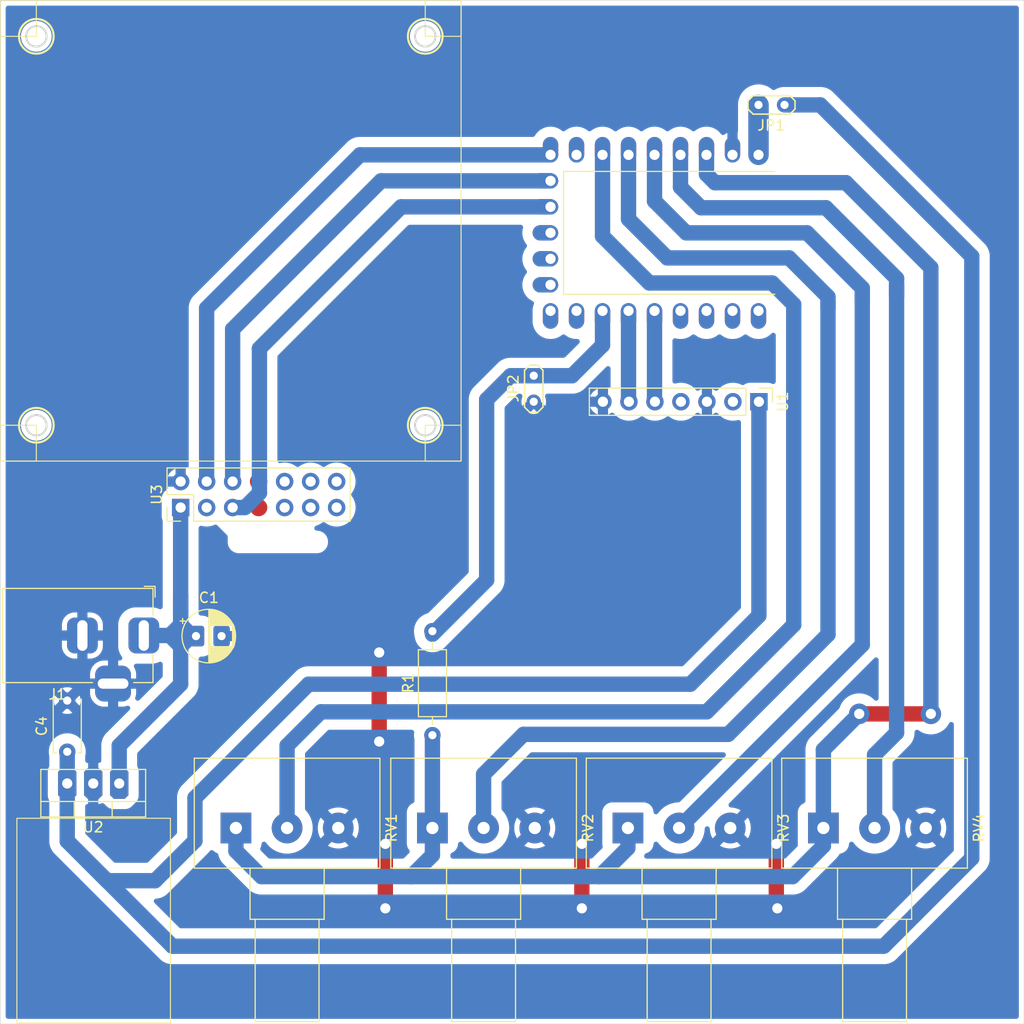
<source format=kicad_pcb>
(kicad_pcb (version 20241229) (generator "pcbnew") (generator_version "9.0")
  (title_block (title "DC Motor PID Control") (date "2025-04-18") (rev "2") (company "UTN FRA"))
  (layers (0 "F.Cu" signal) (2 "B.Cu" signal) (13 "F.Paste" user) (15 "B.Paste" user) (5 "F.SilkS" user "F.Silkscreen") (7 "B.SilkS" user "B.Silkscreen") (1 "F.Mask" user) (3 "B.Mask" user) (25 "Edge.Cuts" user))
  (net 0 "")
  (net 1 "GND")
  (net 2 "+9V")
  (net 3 "+5V")
  (net 4 "Net-(JP1-B)")
  (net 5 "JMP")
  (net 6 "+3.3V")
  (net 7 "P1")
  (net 8 "P2")
  (net 9 "P3")
  (net 10 "P4")
  (net 12 "SDA")
  (net 14 "SCL")
  (net 16 "IN2")
  (net 17 "Net-(M1-+)")
  (net 18 "PWM")
  (net 24 "IN1")
  (net 25 "Net-(M1--)")
  (footprint "RP2040-Zero:rp2040-zero-tht" (layer "F.Cu") (at 95.4 64.2 -90)
    (property "Reference" "U4" (hide yes))
    (property "Value" "RP2040-ZERO" (hide yes))
    (fp_line (start -6 8.89) (end 6 8.89) (stroke (width 0.12)) (layer "F.SilkS"))
    (fp_line (start 6 8.89) (end 6 -11.75) (stroke (width 0.12)) (layer "F.SilkS"))
    (fp_line (start -6 -11.75) (end -6 8.89) (stroke (width 0.12)) (layer "F.SilkS"))
    (pad "1" thru_hole oval (at 7.62 -10.16 90) (size 2.5 1.5) (drill 1 (offset -0.5 0)) (layers "*.Cu" "*.Mask"))
    (pad "2" thru_hole oval (at 7.62 -7.62 90) (size 2.5 1.5) (drill 1 (offset -0.5 0)) (layers "*.Cu" "*.Mask"))
    (pad "3" thru_hole oval (at 7.62 -5.08 90) (size 2.5 1.5) (drill 1 (offset -0.5 0)) (layers "*.Cu" "*.Mask"))
    (pad "4" thru_hole oval (at 7.62 -2.54 90) (size 2.5 1.5) (drill 1 (offset -0.5 0)) (layers "*.Cu" "*.Mask"))
    (pad "5" thru_hole oval (at 7.62 0 90) (size 2.5 1.5) (drill 1 (offset -0.5 0)) (layers "*.Cu" "*.Mask") (net 12 "SDA"))
    (pad "6" thru_hole oval (at 7.62 2.54 90) (size 2.5 1.5) (drill 1 (offset -0.5 0)) (layers "*.Cu" "*.Mask") (net 14 "SCL"))
    (pad "7" thru_hole oval (at 7.62 5.08 90) (size 2.5 1.5) (drill 1 (offset -0.5 0)) (layers "*.Cu" "*.Mask") (net 5 "JMP"))
    (pad "8" thru_hole oval (at 7.62 7.62 90) (size 2.5 1.5) (drill 1 (offset -0.5 0)) (layers "*.Cu" "*.Mask"))
    (pad "9" thru_hole oval (at 7.62 10.16 90) (size 2.5 1.5) (drill 1 (offset -0.5 0)) (layers "*.Cu" "*.Mask"))
    (pad "10" thru_hole oval (at 5.08 10.16) (size 2.5 1.5) (drill 1 (offset -0.5 0)) (layers "*.Cu" "*.Mask"))
    (pad "11" thru_hole oval (at 2.54 10.16) (size 2.5 1.5) (drill 1 (offset -0.5 0)) (layers "*.Cu" "*.Mask"))
    (pad "12" thru_hole oval (at 0 10.16) (size 2.5 1.5) (drill 1 (offset -0.5 0)) (layers "*.Cu" "*.Mask"))
    (pad "13" thru_hole oval (at -2.54 10.16) (size 2.5 1.5) (drill 1 (offset -0.5 0)) (layers "*.Cu" "*.Mask") (net 24 "IN1"))
    (pad "14" thru_hole oval (at -5.08 10.16) (size 2.5 1.5) (drill 1 (offset -0.5 0)) (layers "*.Cu" "*.Mask") (net 16 "IN2"))
    (pad "15" thru_hole oval (at -7.62 10.16 270) (size 2.5 1.5) (drill 1 (offset -0.5 0)) (layers "*.Cu" "*.Mask") (net 18 "PWM"))
    (pad "16" thru_hole oval (at -7.62 7.62 270) (size 2.5 1.5) (drill 1 (offset -0.5 0)) (layers "*.Cu" "*.Mask"))
    (pad "17" thru_hole oval (at -7.62 5.08 270) (size 2.5 1.5) (drill 1 (offset -0.5 0)) (layers "*.Cu" "*.Mask") (net 7 "P1"))
    (pad "18" thru_hole oval (at -7.62 2.54 270) (size 2.5 1.5) (drill 1 (offset -0.5 0)) (layers "*.Cu" "*.Mask") (net 8 "P2"))
    (pad "19" thru_hole oval (at -7.62 0 270) (size 2.5 1.5) (drill 1 (offset -0.5 0)) (layers "*.Cu" "*.Mask") (net 9 "P3"))
    (pad "20" thru_hole oval (at -7.62 -2.54 270) (size 2.5 1.5) (drill 1 (offset -0.5 0)) (layers "*.Cu" "*.Mask") (net 10 "P4"))
    (pad "21" thru_hole oval (at -7.62 -5.08 270) (size 2.5 1.5) (drill 1 (offset -0.5 0)) (layers "*.Cu" "*.Mask") (net 6 "+3.3V"))
    (pad "22" thru_hole oval (at -7.62 -7.62 270) (size 2.5 1.5) (drill 1 (offset -0.5 0)) (layers "*.Cu" "*.Mask") (net 1 "GND"))
    (pad "23" thru_hole oval (at -7.62 -10.16 270) (size 2.5 1.5) (drill 1 (offset -0.5 0)) (layers "*.Cu" "*.Mask") (net 4 "Net-(JP1-B)"))
  )
  (footprint "Resistor_THT:R_Axial_DIN0207_L6.3mm_D2.5mm_P10.16mm_Horizontal" (layer "F.Cu") (at 73.7 113.28 90)
    (property "Reference" "R1" (at 5.08 -2.37 90) (layer "F.SilkS"))
    (property "Value" "R")
    (fp_line (start 8.35 -1.37) (end 1.81 -1.37) (stroke (width 0.12)) (layer "F.SilkS"))
    (fp_line (start 1.81 -1.37) (end 1.81 1.37) (stroke (width 0.12)) (layer "F.SilkS"))
    (fp_line (start 9.12 0) (end 8.35 0) (stroke (width 0.12)) (layer "F.SilkS"))
    (fp_line (start 1.04 0) (end 1.81 0) (stroke (width 0.12)) (layer "F.SilkS"))
    (fp_line (start 8.35 1.37) (end 8.35 -1.37) (stroke (width 0.12)) (layer "F.SilkS"))
    (fp_line (start 1.81 1.37) (end 8.35 1.37) (stroke (width 0.12)) (layer "F.SilkS"))
    (pad "1" thru_hole circle (at 0 0 90) (size 1.6 1.6) (drill 0.8) (layers "*.Cu" "*.Mask") (net 6 "+3.3V"))
    (pad "2" thru_hole oval (at 10.16 0 90) (size 1.6 1.6) (drill 0.8) (layers "*.Cu" "*.Mask") (net 5 "JMP"))
  )
  (footprint "Potentiometer_THT:Potentiometer_Alps_RK163_Single_Horizontal" (layer "F.Cu") (at 73.7 122.35 90)
    (property "Reference" "RV2" (at 0 15.2 90) (layer "F.SilkS"))
    (property "Value" "R_Potentiometer")
    (fp_line (start 6.82 -4.07) (end -3.92 -4.07) (stroke (width 0.12)) (layer "F.SilkS"))
    (fp_line (start -3.92 1.38) (end -8.92 1.38) (stroke (width 0.12)) (layer "F.SilkS"))
    (fp_line (start -8.92 1.88) (end -18.92 1.88) (stroke (width 0.12)) (layer "F.SilkS"))
    (fp_line (start -8.92 8.12) (end -18.92 8.12) (stroke (width 0.12)) (layer "F.SilkS"))
    (fp_line (start -18.92 8.12) (end -18.92 1.88) (stroke (width 0.12)) (layer "F.SilkS"))
    (fp_line (start -3.92 8.62) (end -8.92 8.62) (stroke (width 0.12)) (layer "F.SilkS"))
    (fp_line (start -8.92 8.62) (end -8.92 1.38) (stroke (width 0.12)) (layer "F.SilkS"))
    (fp_line (start 6.82 14.07) (end 6.82 -4.07) (stroke (width 0.12)) (layer "F.SilkS"))
    (fp_line (start 6.82 14.07) (end -3.92 14.07) (stroke (width 0.12)) (layer "F.SilkS"))
    (fp_line (start -3.92 14.07) (end -3.92 -4.07) (stroke (width 0.12)) (layer "F.SilkS"))
    (pad "1" thru_hole rect (at 0 0 270) (size 3 3) (drill 1.2) (layers "*.Cu" "*.Mask") (net 6 "+3.3V"))
    (pad "2" thru_hole circle (at 0 5 270) (size 3 3) (drill 1.2) (layers "*.Cu" "*.Mask") (net 8 "P2"))
    (pad "3" thru_hole circle (at 0 10 270) (size 3 3) (drill 1.2) (layers "*.Cu" "*.Mask") (net 1 "GND"))
  )
  (footprint "Connector_BarrelJack:BarrelJack_Horizontal" (layer "F.Cu") (at 45.5 103.5425)
    (property "Reference" "J1" (at -8.45 5.75 0) (layer "F.SilkS"))
    (property "Value" "Barrel_Jack_Switch")
    (fp_line (start -13.8 -4.6) (end 0.9 -4.6) (stroke (width 0.12)) (layer "F.SilkS"))
    (fp_line (start -13.8 4.6) (end -13.8 -4.6) (stroke (width 0.12)) (layer "F.SilkS"))
    (fp_line (start -5 4.6) (end -13.8 4.6) (stroke (width 0.12)) (layer "F.SilkS"))
    (fp_line (start 0.05 -4.8) (end 1.1 -4.8) (stroke (width 0.12)) (layer "F.SilkS"))
    (fp_line (start 0.9 -4.6) (end 0.9 -2) (stroke (width 0.12)) (layer "F.SilkS"))
    (fp_line (start 0.9 1.9) (end 0.9 4.6) (stroke (width 0.12)) (layer "F.SilkS"))
    (fp_line (start 0.9 4.6) (end -1 4.6) (stroke (width 0.12)) (layer "F.SilkS"))
    (fp_line (start 1.1 -3.75) (end 1.1 -4.8) (stroke (width 0.12)) (layer "F.SilkS"))
    (pad "1" thru_hole roundrect (at 0 0) (size 3 3.5) (drill oval 1 3) (layers "*.Cu" "*.Mask") (net 2 "+9V"))
    (pad "2" thru_hole roundrect (at -6 0) (size 3 3.5) (drill oval 1 3) (layers "*.Cu" "*.Mask") (net 1 "GND"))
    (pad "3" thru_hole roundrect (at -3 4.7) (size 3.5 3.5) (drill oval 3 1) (layers "*.Cu" "*.Mask") (net 1 "GND"))
  )
  (footprint "Potentiometer_THT:Potentiometer_Alps_RK163_Single_Horizontal" (layer "F.Cu") (at 92.8 122.35 90)
    (property "Reference" "RV3" (at 0 15.2 90) (layer "F.SilkS"))
    (property "Value" "R_Potentiometer")
    (fp_line (start 6.82 -4.07) (end -3.92 -4.07) (stroke (width 0.12)) (layer "F.SilkS"))
    (fp_line (start -3.92 1.38) (end -8.92 1.38) (stroke (width 0.12)) (layer "F.SilkS"))
    (fp_line (start -8.92 1.88) (end -18.92 1.88) (stroke (width 0.12)) (layer "F.SilkS"))
    (fp_line (start -8.92 8.12) (end -18.92 8.12) (stroke (width 0.12)) (layer "F.SilkS"))
    (fp_line (start -18.92 8.12) (end -18.92 1.88) (stroke (width 0.12)) (layer "F.SilkS"))
    (fp_line (start -3.92 8.62) (end -8.92 8.62) (stroke (width 0.12)) (layer "F.SilkS"))
    (fp_line (start -8.92 8.62) (end -8.92 1.38) (stroke (width 0.12)) (layer "F.SilkS"))
    (fp_line (start 6.82 14.07) (end 6.82 -4.07) (stroke (width 0.12)) (layer "F.SilkS"))
    (fp_line (start 6.82 14.07) (end -3.92 14.07) (stroke (width 0.12)) (layer "F.SilkS"))
    (fp_line (start -3.92 14.07) (end -3.92 -4.07) (stroke (width 0.12)) (layer "F.SilkS"))
    (pad "1" thru_hole rect (at 0 0 270) (size 3 3) (drill 1.2) (layers "*.Cu" "*.Mask") (net 6 "+3.3V"))
    (pad "2" thru_hole circle (at 0 5 270) (size 3 3) (drill 1.2) (layers "*.Cu" "*.Mask") (net 9 "P3"))
    (pad "3" thru_hole circle (at 0 10 270) (size 3 3) (drill 1.2) (layers "*.Cu" "*.Mask") (net 1 "GND"))
  )
  (footprint "Connector_PinHeader_2.54mm:PinHeader_2x07_P2.54mm_Vertical" (layer "F.Cu") (at 49.1 91.04 90)
    (property "Reference" "U3" (at 1.27 -2.33 90) (layer "F.SilkS"))
    (property "Value" "L298N")
    (fp_line (start 3.87 -1.33) (end 3.87 16.57) (stroke (width 0.12)) (layer "F.SilkS"))
    (fp_line (start 1.27 -1.33) (end 3.87 -1.33) (stroke (width 0.12)) (layer "F.SilkS"))
    (fp_line (start -1.33 -1.33) (end 0 -1.33) (stroke (width 0.12)) (layer "F.SilkS"))
    (fp_line (start -1.33 0) (end -1.33 -1.33) (stroke (width 0.12)) (layer "F.SilkS"))
    (fp_line (start 1.27 1.27) (end 1.27 -1.33) (stroke (width 0.12)) (layer "F.SilkS"))
    (fp_line (start -1.33 1.27) (end 1.27 1.27) (stroke (width 0.12)) (layer "F.SilkS"))
    (fp_line (start -1.33 1.27) (end -1.33 16.57) (stroke (width 0.12)) (layer "F.SilkS"))
    (fp_line (start -1.33 16.57) (end 3.87 16.57) (stroke (width 0.12)) (layer "F.SilkS"))
    (pad "1" thru_hole rect (at 0 0 90) (size 1.7 1.7) (drill 1) (layers "*.Cu" "*.Mask") (net 2 "+9V"))
    (pad "2" thru_hole oval (at 2.54 0 90) (size 1.7 1.7) (drill 1) (layers "*.Cu" "*.Mask") (net 1 "GND"))
    (pad "3" thru_hole oval (at 0 2.54 90) (size 1.7 1.7) (drill 1) (layers "*.Cu" "*.Mask"))
    (pad "4" thru_hole oval (at 2.54 2.54 90) (size 1.7 1.7) (drill 1) (layers "*.Cu" "*.Mask") (net 18 "PWM"))
    (pad "5" thru_hole oval (at 0 5.08 90) (size 1.7 1.7) (drill 1) (layers "*.Cu" "*.Mask") (net 24 "IN1"))
    (pad "6" thru_hole oval (at 2.54 5.08 90) (size 1.7 1.7) (drill 1) (layers "*.Cu" "*.Mask") (net 16 "IN2"))
    (pad "7" smd oval (at 0 7.62 90) (size 1.7 1.7) (layers "F.Cu" "F.Mask" "F.Paste"))
    (pad "8" smd oval (at 2.54 7.62 90) (size 1.7 1.7) (layers "F.Cu" "F.Mask" "F.Paste"))
    (pad "9" thru_hole oval (at 0 10.16 90) (size 1.7 1.7) (drill 1) (layers "*.Cu" "*.Mask"))
    (pad "10" thru_hole oval (at 2.54 10.16 90) (size 1.7 1.7) (drill 1) (layers "*.Cu" "*.Mask") (net 17 "Net-(M1-+)"))
    (pad "11" thru_hole oval (at 0 12.7 90) (size 1.7 1.7) (drill 1) (layers "*.Cu" "*.Mask") (net 25 "Net-(M1--)"))
    (pad "12" thru_hole oval (at 2.54 12.7 90) (size 1.7 1.7) (drill 1) (layers "*.Cu" "*.Mask"))
    (pad "13" thru_hole oval (at 0 15.24 90) (size 1.7 1.7) (drill 1) (layers "*.Cu" "*.Mask"))
    (pad "14" thru_hole oval (at 2.54 15.24 90) (size 1.7 1.7) (drill 1) (layers "*.Cu" "*.Mask"))
  )
  (footprint "TestPoint:TestPoint_2Pads_Pitch2.54mm_Drill0.8mm" (layer "F.Cu") (at 108.1 51.7 180)
    (property "Reference" "JP1" (at 1.3 -2 0) (layer "F.SilkS"))
    (property "Value" "Jumper")
    (fp_line (start 3.57 0.4) (end 3.07 0.9) (stroke (width 0.15)) (layer "F.SilkS"))
    (fp_line (start 3.57 -0.4) (end 3.57 0.4) (stroke (width 0.15)) (layer "F.SilkS"))
    (fp_line (start 3.07 0.9) (end -0.53 0.9) (stroke (width 0.15)) (layer "F.SilkS"))
    (fp_line (start 3.07 -0.9) (end 3.57 -0.4) (stroke (width 0.15)) (layer "F.SilkS"))
    (fp_line (start -0.53 0.9) (end -1.03 0.4) (stroke (width 0.15)) (layer "F.SilkS"))
    (fp_line (start -0.53 -0.9) (end 3.07 -0.9) (stroke (width 0.15)) (layer "F.SilkS"))
    (fp_line (start -1.03 0.4) (end -1.03 -0.4) (stroke (width 0.15)) (layer "F.SilkS"))
    (fp_line (start -1.03 -0.4) (end -0.53 -0.9) (stroke (width 0.15)) (layer "F.SilkS"))
    (pad "1" thru_hole circle (at 0 0 180) (size 1.4 1.4) (drill 0.8) (layers "*.Cu" "*.Mask") (net 3 "+5V"))
    (pad "2" thru_hole circle (at 2.54 0 180) (size 1.4 1.4) (drill 0.8) (layers "*.Cu" "*.Mask") (net 4 "Net-(JP1-B)"))
  )
  (footprint "Capacitor_THT:C_Disc_D5.0mm_W2.5mm_P5.00mm" (layer "F.Cu") (at 38.02 114.9 90)
    (property "Reference" "C4" (at 2.5 -2.5 90) (layer "F.SilkS"))
    (property "Value" "100nF")
    (fp_line (start 5.12 -1.37) (end 5.12 -1.055) (stroke (width 0.12)) (layer "F.SilkS"))
    (fp_line (start -0.12 -1.37) (end 5.12 -1.37) (stroke (width 0.12)) (layer "F.SilkS"))
    (fp_line (start -0.12 -1.37) (end -0.12 -1.055) (stroke (width 0.12)) (layer "F.SilkS"))
    (fp_line (start 5.12 1.055) (end 5.12 1.37) (stroke (width 0.12)) (layer "F.SilkS"))
    (fp_line (start -0.12 1.055) (end -0.12 1.37) (stroke (width 0.12)) (layer "F.SilkS"))
    (fp_line (start -0.12 1.37) (end 5.12 1.37) (stroke (width 0.12)) (layer "F.SilkS"))
    (pad "1" thru_hole circle (at 0 0 90) (size 1.6 1.6) (drill 0.8) (layers "*.Cu" "*.Mask") (net 3 "+5V"))
    (pad "2" thru_hole circle (at 5 0 90) (size 1.6 1.6) (drill 0.8) (layers "*.Cu" "*.Mask") (net 1 "GND"))
  )
  (footprint "Connector_PinHeader_2.54mm:PinHeader_1x07_P2.54mm_Vertical" (layer "F.Cu") (at 105.6 80.7 -90)
    (property "Reference" "U1" (at 0 -2.33 90) (layer "F.SilkS"))
    (property "Value" "AS5600")
    (fp_line (start -1.33 16.57) (end 1.33 16.57) (stroke (width 0.12)) (layer "F.SilkS"))
    (fp_line (start -1.33 1.27) (end -1.33 16.57) (stroke (width 0.12)) (layer "F.SilkS"))
    (fp_line (start -1.33 1.27) (end 1.33 1.27) (stroke (width 0.12)) (layer "F.SilkS"))
    (fp_line (start 1.33 1.27) (end 1.33 16.57) (stroke (width 0.12)) (layer "F.SilkS"))
    (fp_line (start -1.33 0) (end -1.33 -1.33) (stroke (width 0.12)) (layer "F.SilkS"))
    (fp_line (start -1.33 -1.33) (end 0 -1.33) (stroke (width 0.12)) (layer "F.SilkS"))
    (pad "1" thru_hole rect (at 0 0 270) (size 1.7 1.7) (drill 1) (layers "*.Cu" "*.Mask") (net 3 "+5V"))
    (pad "2" thru_hole oval (at 0 2.54 270) (size 1.7 1.7) (drill 1) (layers "*.Cu" "*.Mask"))
    (pad "3" thru_hole oval (at 0 5.08 270) (size 1.7 1.7) (drill 1) (layers "*.Cu" "*.Mask") (net 1 "GND"))
    (pad "4" thru_hole oval (at 0 7.62 270) (size 1.7 1.7) (drill 1) (layers "*.Cu" "*.Mask"))
    (pad "5" thru_hole oval (at 0 10.16 270) (size 1.7 1.7) (drill 1) (layers "*.Cu" "*.Mask") (net 12 "SDA"))
    (pad "6" thru_hole oval (at 0 12.7 270) (size 1.7 1.7) (drill 1) (layers "*.Cu" "*.Mask") (net 14 "SCL"))
    (pad "7" thru_hole oval (at 0 15.24 270) (size 1.7 1.7) (drill 1) (layers "*.Cu" "*.Mask") (net 1 "GND"))
  )
  (footprint "Potentiometer_THT:Potentiometer_Alps_RK163_Single_Horizontal" (layer "F.Cu") (at 111.9 122.35 90)
    (property "Reference" "RV4" (at 0 15.2 90) (layer "F.SilkS"))
    (property "Value" "R_Potentiometer")
    (fp_line (start 6.82 -4.07) (end -3.92 -4.07) (stroke (width 0.12)) (layer "F.SilkS"))
    (fp_line (start -3.92 1.38) (end -8.92 1.38) (stroke (width 0.12)) (layer "F.SilkS"))
    (fp_line (start -8.92 1.88) (end -18.92 1.88) (stroke (width 0.12)) (layer "F.SilkS"))
    (fp_line (start -8.92 8.12) (end -18.92 8.12) (stroke (width 0.12)) (layer "F.SilkS"))
    (fp_line (start -18.92 8.12) (end -18.92 1.88) (stroke (width 0.12)) (layer "F.SilkS"))
    (fp_line (start -3.92 8.62) (end -8.92 8.62) (stroke (width 0.12)) (layer "F.SilkS"))
    (fp_line (start -8.92 8.62) (end -8.92 1.38) (stroke (width 0.12)) (layer "F.SilkS"))
    (fp_line (start 6.82 14.07) (end 6.82 -4.07) (stroke (width 0.12)) (layer "F.SilkS"))
    (fp_line (start 6.82 14.07) (end -3.92 14.07) (stroke (width 0.12)) (layer "F.SilkS"))
    (fp_line (start -3.92 14.07) (end -3.92 -4.07) (stroke (width 0.12)) (layer "F.SilkS"))
    (pad "1" thru_hole rect (at 0 0 270) (size 3 3) (drill 1.2) (layers "*.Cu" "*.Mask") (net 6 "+3.3V"))
    (pad "2" thru_hole circle (at 0 5 270) (size 3 3) (drill 1.2) (layers "*.Cu" "*.Mask") (net 10 "P4"))
    (pad "3" thru_hole circle (at 0 10 270) (size 3 3) (drill 1.2) (layers "*.Cu" "*.Mask") (net 1 "GND"))
  )
  (footprint "Package_TO_SOT_THT:TO-220-3_Vertical" (layer "F.Cu") (at 43.1 118 180)
    (property "Reference" "U2" (at 2.54 -4.27 0) (layer "F.SilkS"))
    (property "Value" "LM7805_TO220")
    (fp_line (start 7.66 -3.27) (end 7.66 1.371) (stroke (width 0.12)) (layer "F.SilkS"))
    (fp_line (start 4.391 -3.27) (end 4.391 -1.76) (stroke (width 0.12)) (layer "F.SilkS"))
    (fp_line (start 0.69 -3.27) (end 0.69 -1.76) (stroke (width 0.12)) (layer "F.SilkS"))
    (fp_line (start -2.58 1.371) (end 7.66 1.371) (stroke (width 0.12)) (layer "F.SilkS"))
    (fp_line (start -2.58 -1.76) (end 7.66 -1.76) (stroke (width 0.12)) (layer "F.SilkS"))
    (fp_line (start -2.58 -3.27) (end 7.66 -3.27) (stroke (width 0.12)) (layer "F.SilkS"))
    (fp_line (start -2.58 -3.27) (end -2.58 1.371) (stroke (width 0.12)) (layer "F.SilkS"))
    (pad "1" thru_hole roundrect (at 0 0 180) (size 1.8 3) (drill 1) (layers "*.Cu" "*.Mask") (roundrect_rratio 0) (chamfer_ratio 0.2) (chamfer top_left top_right bottom_left bottom_right) (net 2 "+9V"))
    (pad "2" thru_hole roundrect (at 2.54 0 180) (size 1.8 3) (drill 1) (layers "*.Cu" "*.Mask") (roundrect_rratio 0) (chamfer_ratio 0.2) (chamfer top_left top_right bottom_left bottom_right) (net 1 "GND"))
    (pad "3" thru_hole roundrect (at 5.08 0 180) (size 1.8 3) (drill 1) (layers "*.Cu" "*.Mask") (roundrect_rratio 0) (chamfer_ratio 0.2) (chamfer top_left top_right bottom_left bottom_right) (net 3 "+5V"))
  )
  (footprint "Potentiometer_THT:Potentiometer_Alps_RK163_Single_Horizontal" (layer "F.Cu") (at 54.5 122.35 90)
    (property "Reference" "RV1" (at 0 15.2 90) (layer "F.SilkS"))
    (property "Value" "R_Potentiometer")
    (fp_line (start 6.82 -4.07) (end -3.92 -4.07) (stroke (width 0.12)) (layer "F.SilkS"))
    (fp_line (start -3.92 1.38) (end -8.92 1.38) (stroke (width 0.12)) (layer "F.SilkS"))
    (fp_line (start -8.92 1.88) (end -18.92 1.88) (stroke (width 0.12)) (layer "F.SilkS"))
    (fp_line (start -8.92 8.12) (end -18.92 8.12) (stroke (width 0.12)) (layer "F.SilkS"))
    (fp_line (start -18.92 8.12) (end -18.92 1.88) (stroke (width 0.12)) (layer "F.SilkS"))
    (fp_line (start -3.92 8.62) (end -8.92 8.62) (stroke (width 0.12)) (layer "F.SilkS"))
    (fp_line (start -8.92 8.62) (end -8.92 1.38) (stroke (width 0.12)) (layer "F.SilkS"))
    (fp_line (start 6.82 14.07) (end 6.82 -4.07) (stroke (width 0.12)) (layer "F.SilkS"))
    (fp_line (start 6.82 14.07) (end -3.92 14.07) (stroke (width 0.12)) (layer "F.SilkS"))
    (fp_line (start -3.92 14.07) (end -3.92 -4.07) (stroke (width 0.12)) (layer "F.SilkS"))
    (pad "1" thru_hole rect (at 0 0 270) (size 3 3) (drill 1.2) (layers "*.Cu" "*.Mask") (net 6 "+3.3V"))
    (pad "2" thru_hole circle (at 0 5 270) (size 3 3) (drill 1.2) (layers "*.Cu" "*.Mask") (net 7 "P1"))
    (pad "3" thru_hole circle (at 0 10 270) (size 3 3) (drill 1.2) (layers "*.Cu" "*.Mask") (net 1 "GND"))
  )
  (footprint "TestPoint:TestPoint_2Pads_Pitch2.54mm_Drill0.8mm" (layer "F.Cu") (at 83.6 80.7 90)
    (property "Reference" "JP2" (at 1.3 -2 90) (layer "F.SilkS"))
    (property "Value" "Jumper_2")
    (fp_line (start 3.07 -0.9) (end 3.57 -0.4) (stroke (width 0.15)) (layer "F.SilkS"))
    (fp_line (start -0.53 -0.9) (end 3.07 -0.9) (stroke (width 0.15)) (layer "F.SilkS"))
    (fp_line (start 3.57 -0.4) (end 3.57 0.4) (stroke (width 0.15)) (layer "F.SilkS"))
    (fp_line (start -1.03 -0.4) (end -0.53 -0.9) (stroke (width 0.15)) (layer "F.SilkS"))
    (fp_line (start 3.57 0.4) (end 3.07 0.9) (stroke (width 0.15)) (layer "F.SilkS"))
    (fp_line (start -1.03 0.4) (end -1.03 -0.4) (stroke (width 0.15)) (layer "F.SilkS"))
    (fp_line (start 3.07 0.9) (end -0.53 0.9) (stroke (width 0.15)) (layer "F.SilkS"))
    (fp_line (start -0.53 0.9) (end -1.03 0.4) (stroke (width 0.15)) (layer "F.SilkS"))
    (pad "1" thru_hole circle (at 0 0 90) (size 1.4 1.4) (drill 0.8) (layers "*.Cu" "*.Mask") (net 1 "GND"))
    (pad "2" thru_hole circle (at 2.54 0 90) (size 1.4 1.4) (drill 0.8) (layers "*.Cu" "*.Mask") (net 5 "JMP"))
  )
  (footprint "Capacitor_THT:CP_Radial_D5.0mm_P2.50mm" (layer "F.Cu") (at 50.6 103.6)
    (property "Reference" "C1" (at 1.25 -3.75 0) (layer "F.SilkS"))
    (property "Value" "1uF")
    (fp_line (start -1.554775 -1.475) (end -1.054775 -1.475) (stroke (width 0.12)) (layer "F.SilkS"))
    (fp_line (start -1.304775 -1.725) (end -1.304775 -1.225) (stroke (width 0.12)) (layer "F.SilkS"))
    (fp_line (start 1.25 -2.58) (end 1.25 2.58) (stroke (width 0.12)) (layer "F.SilkS"))
    (fp_line (start 1.29 -2.58) (end 1.29 2.58) (stroke (width 0.12)) (layer "F.SilkS"))
    (fp_line (start 1.33 -2.579) (end 1.33 2.579) (stroke (width 0.12)) (layer "F.SilkS"))
    (fp_line (start 1.37 -2.578) (end 1.37 2.578) (stroke (width 0.12)) (layer "F.SilkS"))
    (fp_line (start 1.41 -2.576) (end 1.41 2.576) (stroke (width 0.12)) (layer "F.SilkS"))
    (fp_line (start 1.45 -2.573) (end 1.45 2.573) (stroke (width 0.12)) (layer "F.SilkS"))
    (fp_line (start 1.49 -2.569) (end 1.49 -1.04) (stroke (width 0.12)) (layer "F.SilkS"))
    (fp_line (start 1.49 1.04) (end 1.49 2.569) (stroke (width 0.12)) (layer "F.SilkS"))
    (fp_line (start 1.53 -2.565) (end 1.53 -1.04) (stroke (width 0.12)) (layer "F.SilkS"))
    (fp_line (start 1.53 1.04) (end 1.53 2.565) (stroke (width 0.12)) (layer "F.SilkS"))
    (fp_line (start 1.57 -2.561) (end 1.57 -1.04) (stroke (width 0.12)) (layer "F.SilkS"))
    (fp_line (start 1.57 1.04) (end 1.57 2.561) (stroke (width 0.12)) (layer "F.SilkS"))
    (fp_line (start 1.61 -2.556) (end 1.61 -1.04) (stroke (width 0.12)) (layer "F.SilkS"))
    (fp_line (start 1.61 1.04) (end 1.61 2.556) (stroke (width 0.12)) (layer "F.SilkS"))
    (fp_line (start 1.65 -2.55) (end 1.65 -1.04) (stroke (width 0.12)) (layer "F.SilkS"))
    (fp_line (start 1.65 1.04) (end 1.65 2.55) (stroke (width 0.12)) (layer "F.SilkS"))
    (fp_line (start 1.69 -2.543) (end 1.69 -1.04) (stroke (width 0.12)) (layer "F.SilkS"))
    (fp_line (start 1.69 1.04) (end 1.69 2.543) (stroke (width 0.12)) (layer "F.SilkS"))
    (fp_line (start 1.73 -2.536) (end 1.73 -1.04) (stroke (width 0.12)) (layer "F.SilkS"))
    (fp_line (start 1.73 1.04) (end 1.73 2.536) (stroke (width 0.12)) (layer "F.SilkS"))
    (fp_line (start 1.77 -2.528) (end 1.77 -1.04) (stroke (width 0.12)) (layer "F.SilkS"))
    (fp_line (start 1.77 1.04) (end 1.77 2.528) (stroke (width 0.12)) (layer "F.SilkS"))
    (fp_line (start 1.81 -2.52) (end 1.81 -1.04) (stroke (width 0.12)) (layer "F.SilkS"))
    (fp_line (start 1.81 1.04) (end 1.81 2.52) (stroke (width 0.12)) (layer "F.SilkS"))
    (fp_line (start 1.85 -2.511) (end 1.85 -1.04) (stroke (width 0.12)) (layer "F.SilkS"))
    (fp_line (start 1.85 1.04) (end 1.85 2.511) (stroke (width 0.12)) (layer "F.SilkS"))
    (fp_line (start 1.89 -2.501) (end 1.89 -1.04) (stroke (width 0.12)) (layer "F.SilkS"))
    (fp_line (start 1.89 1.04) (end 1.89 2.501) (stroke (width 0.12)) (layer "F.SilkS"))
    (fp_line (start 1.93 -2.491) (end 1.93 -1.04) (stroke (width 0.12)) (layer "F.SilkS"))
    (fp_line (start 1.93 1.04) (end 1.93 2.491) (stroke (width 0.12)) (layer "F.SilkS"))
    (fp_line (start 1.971 -2.48) (end 1.971 -1.04) (stroke (width 0.12)) (layer "F.SilkS"))
    (fp_line (start 1.971 1.04) (end 1.971 2.48) (stroke (width 0.12)) (layer "F.SilkS"))
    (fp_line (start 2.011 -2.468) (end 2.011 -1.04) (stroke (width 0.12)) (layer "F.SilkS"))
    (fp_line (start 2.011 1.04) (end 2.011 2.468) (stroke (width 0.12)) (layer "F.SilkS"))
    (fp_line (start 2.051 -2.455) (end 2.051 -1.04) (stroke (width 0.12)) (layer "F.SilkS"))
    (fp_line (start 2.051 1.04) (end 2.051 2.455) (stroke (width 0.12)) (layer "F.SilkS"))
    (fp_line (start 2.091 -2.442) (end 2.091 -1.04) (stroke (width 0.12)) (layer "F.SilkS"))
    (fp_line (start 2.091 1.04) (end 2.091 2.442) (stroke (width 0.12)) (layer "F.SilkS"))
    (fp_line (start 2.131 -2.428) (end 2.131 -1.04) (stroke (width 0.12)) (layer "F.SilkS"))
    (fp_line (start 2.131 1.04) (end 2.131 2.428) (stroke (width 0.12)) (layer "F.SilkS"))
    (fp_line (start 2.171 -2.414) (end 2.171 -1.04) (stroke (width 0.12)) (layer "F.SilkS"))
    (fp_line (start 2.171 1.04) (end 2.171 2.414) (stroke (width 0.12)) (layer "F.SilkS"))
    (fp_line (start 2.211 -2.398) (end 2.211 -1.04) (stroke (width 0.12)) (layer "F.SilkS"))
    (fp_line (start 2.211 1.04) (end 2.211 2.398) (stroke (width 0.12)) (layer "F.SilkS"))
    (fp_line (start 2.251 -2.382) (end 2.251 -1.04) (stroke (width 0.12)) (layer "F.SilkS"))
    (fp_line (start 2.251 1.04) (end 2.251 2.382) (stroke (width 0.12)) (layer "F.SilkS"))
    (fp_line (start 2.291 -2.365) (end 2.291 -1.04) (stroke (width 0.12)) (layer "F.SilkS"))
    (fp_line (start 2.291 1.04) (end 2.291 2.365) (stroke (width 0.12)) (layer "F.SilkS"))
    (fp_line (start 2.331 -2.348) (end 2.331 -1.04) (stroke (width 0.12)) (layer "F.SilkS"))
    (fp_line (start 2.331 1.04) (end 2.331 2.348) (stroke (width 0.12)) (layer "F.SilkS"))
    (fp_line (start 2.371 -2.329) (end 2.371 -1.04) (stroke (width 0.12)) (layer "F.SilkS"))
    (fp_line (start 2.371 1.04) (end 2.371 2.329) (stroke (width 0.12)) (layer "F.SilkS"))
    (fp_line (start 2.411 -2.31) (end 2.411 -1.04) (stroke (width 0.12)) (layer "F.SilkS"))
    (fp_line (start 2.411 1.04) (end 2.411 2.31) (stroke (width 0.12)) (layer "F.SilkS"))
    (fp_line (start 2.451 -2.29) (end 2.451 -1.04) (stroke (width 0.12)) (layer "F.SilkS"))
    (fp_line (start 2.451 1.04) (end 2.451 2.29) (stroke (width 0.12)) (layer "F.SilkS"))
    (fp_line (start 2.491 -2.268) (end 2.491 -1.04) (stroke (width 0.12)) (layer "F.SilkS"))
    (fp_line (start 2.491 1.04) (end 2.491 2.268) (stroke (width 0.12)) (layer "F.SilkS"))
    (fp_line (start 2.531 -2.247) (end 2.531 -1.04) (stroke (width 0.12)) (layer "F.SilkS"))
    (fp_line (start 2.531 1.04) (end 2.531 2.247) (stroke (width 0.12)) (layer "F.SilkS"))
    (fp_line (start 2.571 -2.224) (end 2.571 -1.04) (stroke (width 0.12)) (layer "F.SilkS"))
    (fp_line (start 2.571 1.04) (end 2.571 2.224) (stroke (width 0.12)) (layer "F.SilkS"))
    (fp_line (start 2.611 -2.2) (end 2.611 -1.04) (stroke (width 0.12)) (layer "F.SilkS"))
    (fp_line (start 2.611 1.04) (end 2.611 2.2) (stroke (width 0.12)) (layer "F.SilkS"))
    (fp_line (start 2.651 -2.175) (end 2.651 -1.04) (stroke (width 0.12)) (layer "F.SilkS"))
    (fp_line (start 2.651 1.04) (end 2.651 2.175) (stroke (width 0.12)) (layer "F.SilkS"))
    (fp_line (start 2.691 -2.149) (end 2.691 -1.04) (stroke (width 0.12)) (layer "F.SilkS"))
    (fp_line (start 2.691 1.04) (end 2.691 2.149) (stroke (width 0.12)) (layer "F.SilkS"))
    (fp_line (start 2.731 -2.122) (end 2.731 -1.04) (stroke (width 0.12)) (layer "F.SilkS"))
    (fp_line (start 2.731 1.04) (end 2.731 2.122) (stroke (width 0.12)) (layer "F.SilkS"))
    (fp_line (start 2.771 -2.095) (end 2.771 -1.04) (stroke (width 0.12)) (layer "F.SilkS"))
    (fp_line (start 2.771 1.04) (end 2.771 2.095) (stroke (width 0.12)) (layer "F.SilkS"))
    (fp_line (start 2.811 -2.065) (end 2.811 -1.04) (stroke (width 0.12)) (layer "F.SilkS"))
    (fp_line (start 2.811 1.04) (end 2.811 2.065) (stroke (width 0.12)) (layer "F.SilkS"))
    (fp_line (start 2.851 -2.035) (end 2.851 -1.04) (stroke (width 0.12)) (layer "F.SilkS"))
    (fp_line (start 2.851 1.04) (end 2.851 2.035) (stroke (width 0.12)) (layer "F.SilkS"))
    (fp_line (start 2.891 -2.004) (end 2.891 -1.04) (stroke (width 0.12)) (layer "F.SilkS"))
    (fp_line (start 2.891 1.04) (end 2.891 2.004) (stroke (width 0.12)) (layer "F.SilkS"))
    (fp_line (start 2.931 -1.971) (end 2.931 -1.04) (stroke (width 0.12)) (layer "F.SilkS"))
    (fp_line (start 2.931 1.04) (end 2.931 1.971) (stroke (width 0.12)) (layer "F.SilkS"))
    (fp_line (start 2.971 -1.937) (end 2.971 -1.04) (stroke (width 0.12)) (layer "F.SilkS"))
    (fp_line (start 2.971 1.04) (end 2.971 1.937) (stroke (width 0.12)) (layer "F.SilkS"))
    (fp_line (start 3.011 -1.901) (end 3.011 -1.04) (stroke (width 0.12)) (layer "F.SilkS"))
    (fp_line (start 3.011 1.04) (end 3.011 1.901) (stroke (width 0.12)) (layer "F.SilkS"))
    (fp_line (start 3.051 -1.864) (end 3.051 -1.04) (stroke (width 0.12)) (layer "F.SilkS"))
    (fp_line (start 3.051 1.04) (end 3.051 1.864) (stroke (width 0.12)) (layer "F.SilkS"))
    (fp_line (start 3.091 -1.826) (end 3.091 -1.04) (stroke (width 0.12)) (layer "F.SilkS"))
    (fp_line (start 3.091 1.04) (end 3.091 1.826) (stroke (width 0.12)) (layer "F.SilkS"))
    (fp_line (start 3.131 -1.785) (end 3.131 -1.04) (stroke (width 0.12)) (layer "F.SilkS"))
    (fp_line (start 3.131 1.04) (end 3.131 1.785) (stroke (width 0.12)) (layer "F.SilkS"))
    (fp_line (start 3.171 -1.743) (end 3.171 -1.04) (stroke (width 0.12)) (layer "F.SilkS"))
    (fp_line (start 3.171 1.04) (end 3.171 1.743) (stroke (width 0.12)) (layer "F.SilkS"))
    (fp_line (start 3.211 -1.699) (end 3.211 -1.04) (stroke (width 0.12)) (layer "F.SilkS"))
    (fp_line (start 3.211 1.04) (end 3.211 1.699) (stroke (width 0.12)) (layer "F.SilkS"))
    (fp_line (start 3.251 -1.653) (end 3.251 -1.04) (stroke (width 0.12)) (layer "F.SilkS"))
    (fp_line (start 3.251 1.04) (end 3.251 1.653) (stroke (width 0.12)) (layer "F.SilkS"))
    (fp_line (start 3.291 -1.605) (end 3.291 -1.04) (stroke (width 0.12)) (layer "F.SilkS"))
    (fp_line (start 3.291 1.04) (end 3.291 1.605) (stroke (width 0.12)) (layer "F.SilkS"))
    (fp_line (start 3.331 -1.554) (end 3.331 -1.04) (stroke (width 0.12)) (layer "F.SilkS"))
    (fp_line (start 3.331 1.04) (end 3.331 1.554) (stroke (width 0.12)) (layer "F.SilkS"))
    (fp_line (start 3.371 -1.5) (end 3.371 -1.04) (stroke (width 0.12)) (layer "F.SilkS"))
    (fp_line (start 3.371 1.04) (end 3.371 1.5) (stroke (width 0.12)) (layer "F.SilkS"))
    (fp_line (start 3.411 -1.443) (end 3.411 -1.04) (stroke (width 0.12)) (layer "F.SilkS"))
    (fp_line (start 3.411 1.04) (end 3.411 1.443) (stroke (width 0.12)) (layer "F.SilkS"))
    (fp_line (start 3.451 -1.383) (end 3.451 -1.04) (stroke (width 0.12)) (layer "F.SilkS"))
    (fp_line (start 3.451 1.04) (end 3.451 1.383) (stroke (width 0.12)) (layer "F.SilkS"))
    (fp_line (start 3.491 -1.319) (end 3.491 -1.04) (stroke (width 0.12)) (layer "F.SilkS"))
    (fp_line (start 3.491 1.04) (end 3.491 1.319) (stroke (width 0.12)) (layer "F.SilkS"))
    (fp_line (start 3.531 -1.251) (end 3.531 -1.04) (stroke (width 0.12)) (layer "F.SilkS"))
    (fp_line (start 3.531 1.04) (end 3.531 1.251) (stroke (width 0.12)) (layer "F.SilkS"))
    (fp_line (start 3.571 -1.178) (end 3.571 1.178) (stroke (width 0.12)) (layer "F.SilkS"))
    (fp_line (start 3.611 -1.098) (end 3.611 1.098) (stroke (width 0.12)) (layer "F.SilkS"))
    (fp_line (start 3.651 -1.011) (end 3.651 1.011) (stroke (width 0.12)) (layer "F.SilkS"))
    (fp_line (start 3.691 -0.915) (end 3.691 0.915) (stroke (width 0.12)) (layer "F.SilkS"))
    (fp_line (start 3.731 -0.805) (end 3.731 0.805) (stroke (width 0.12)) (layer "F.SilkS"))
    (fp_line (start 3.771 -0.677) (end 3.771 0.677) (stroke (width 0.12)) (layer "F.SilkS"))
    (fp_line (start 3.811 -0.518) (end 3.811 0.518) (stroke (width 0.12)) (layer "F.SilkS"))
    (fp_line (start 3.851 -0.284) (end 3.851 0.284) (stroke (width 0.12)) (layer "F.SilkS"))
    (fp_circle (center 1.25 0) (end 3.87 0) (stroke (width 0.12)) (fill no) (layer "F.SilkS"))
    (pad "1" thru_hole roundrect (at 0 0) (size 1.6 2) (drill 0.8) (layers "*.Cu" "*.Mask") (roundrect_rratio 0.15625) (net 2 "+9V"))
    (pad "2" thru_hole roundrect (at 2.5 0) (size 1.6 2) (drill 0.8) (layers "*.Cu" "*.Mask") (roundrect_rratio 0.15625) (net 1 "GND"))
  )
  (gr_rect (start 31.5 41.5) (end 35 45) (stroke (width 0.1)) (fill no) (layer "F.SilkS"))
  (gr_circle (center 73 45) (end 74.7 45) (stroke (width 0.2)) (fill no) (layer "F.SilkS"))
  (gr_circle (center 35 45) (end 36.7 45) (stroke (width 0.2)) (fill no) (layer "F.SilkS"))
  (gr_rect (start 31.5 41.5) (end 76.5 86.5) (stroke (width 0.1)) (fill no) (layer "F.SilkS"))
  (gr_circle (center 35 83) (end 36.7 83) (stroke (width 0.2)) (fill no) (layer "F.SilkS"))
  (gr_rect (start 33.1 121.4) (end 48.1 141.4) (stroke (width 0.1)) (fill no) (layer "F.SilkS"))
  (gr_circle (center 73 83) (end 74.7 83) (stroke (width 0.2)) (fill no) (layer "F.SilkS"))
  (gr_rect (start 73 83) (end 76.5 86.5) (stroke (width 0.1)) (fill no) (layer "F.SilkS"))
  (gr_rect (start 31.5 83) (end 35 86.5) (stroke (width 0.1)) (fill no) (layer "F.SilkS"))
  (gr_rect (start 73 41.5) (end 76.5 45) (stroke (width 0.1)) (fill no) (layer "F.SilkS"))
  (gr_rect (start 31.5 41.5) (end 131.5 141.5) (stroke (width 0.05)) (fill no) (layer "Edge.Cuts"))
  (gr_circle (center 73 45) (end 74 45) (stroke (width 0.2)) (fill no) (layer "Edge.Cuts"))
  (gr_circle (center 73 83) (end 74 83) (stroke (width 0.2)) (fill no) (layer "Edge.Cuts"))
  (gr_circle (center 35 45) (end 36 45) (stroke (width 0.2)) (fill no) (layer "Edge.Cuts"))
  (gr_circle (center 35 83) (end 36 83) (stroke (width 0.2)) (fill no) (layer "Edge.Cuts"))
  (segment (start 68.5 113.6) (end 68.5 105.2) (width 1.5) (layer "F.Cu") (net 1))
  (segment (start 107.3 130.1) (end 107.4 130.2) (width 1.5) (layer "F.Cu") (net 1))
  (segment (start 88.3 123.9) (end 88.3 130.2) (width 1.5) (layer "F.Cu") (net 1))
  (segment (start 68.8 113.9) (end 68.5 113.6) (width 1.5) (layer "F.Cu") (net 1))
  (segment (start 69.1 123.9) (end 69.1 130.2) (width 1.5) (layer "F.Cu") (net 1))
  (segment (start 107.3 123.9) (end 107.3 130.1) (width 1.5) (layer "F.Cu") (net 1))
  (via (at 88.3 130.2) (size 2) (drill 1) (layers "F.Cu" "B.Cu") (padstack (mode front_inner_back) (layer "Inner" (size 2)) (layer "B.Cu" (size 2))) (net 1))
  (via (at 107.4 130.2) (size 2) (drill 1) (layers "F.Cu" "B.Cu") (padstack (mode front_inner_back) (layer "Inner" (size 2)) (layer "B.Cu" (size 2))) (net 1))
  (via (at 88.3 123.9) (size 2) (drill 1) (layers "F.Cu" "B.Cu") (padstack (mode front_inner_back) (layer "Inner" (size 2)) (layer "B.Cu" (size 2))) (net 1))
  (via (at 68.5 113.9) (size 2) (drill 1) (layers "F.Cu" "B.Cu") (padstack (mode front_inner_back) (layer "Inner" (size 2)) (layer "B.Cu" (size 2))) (net 1))
  (via (at 107.3 123.9) (size 2) (drill 1) (layers "F.Cu" "B.Cu") (padstack (mode front_inner_back) (layer "Inner" (size 2)) (layer "B.Cu" (size 2))) (net 1))
  (via (at 68.5 105.2) (size 2) (drill 1) (layers "F.Cu" "B.Cu") (padstack (mode front_inner_back) (layer "Inner" (size 2)) (layer "B.Cu" (size 2))) (net 1))
  (via (at 69.1 130.2) (size 2) (drill 1) (layers "F.Cu" "B.Cu") (padstack (mode front_inner_back) (layer "Inner" (size 2)) (layer "B.Cu" (size 2))) (net 1))
  (via (at 69.1 123.9) (size 2) (drill 1) (layers "F.Cu" "B.Cu") (padstack (mode front_inner_back) (layer "Inner" (size 2)) (layer "B.Cu" (size 2))) (net 1))
  (segment (start 49.1 108.3) (end 43.1 114.3) (width 1.5) (layer "B.Cu") (net 2))
  (segment (start 49.1 99.7) (end 49.1 104.6) (width 1.5) (layer "B.Cu") (net 2))
  (segment (start 45.5 103.5425) (end 45.5 103.5) (width 0.2) (layer "B.Cu") (net 2))
  (segment (start 50.6 103.6) (end 50.1 103.6) (width 1.5) (layer "B.Cu") (net 2))
  (segment (start 49.1 102.485) (end 48.0425 103.5425) (width 1.5) (layer "B.Cu") (net 2))
  (segment (start 49.1 102.485) (end 50.215 103.6) (width 1.5) (layer "B.Cu") (net 2))
  (segment (start 49.1 101.2) (end 49.1 102.485) (width 1.5) (layer "B.Cu") (net 2))
  (segment (start 45.5 103.5425) (end 48.0425 103.5425) (width 1.5) (layer "B.Cu") (net 2))
  (segment (start 49.1 91.04) (end 49.1 99.7) (width 1.5) (layer "B.Cu") (net 2))
  (segment (start 43.1 114.3) (end 43.1 118) (width 1.5) (layer "B.Cu") (net 2))
  (segment (start 49.1 99.7) (end 49.1 101.2) (width 1.5) (layer "B.Cu") (net 2))
  (segment (start 50.215 103.6) (end 50.6 103.6) (width 1.5) (layer "B.Cu") (net 2))
  (segment (start 48.0425 103.5425) (end 49.1 104.6) (width 1.5) (layer "B.Cu") (net 2))
  (segment (start 49.1 104.6) (end 49.1 108.3) (width 1.5) (layer "B.Cu") (net 2))
  (segment (start 49.1 104.6) (end 50.1 103.6) (width 1.5) (layer "B.Cu") (net 2))
  (segment (start 38.02 114.9) (end 38.02 118) (width 1.5) (layer "B.Cu") (net 3))
  (segment (start 38.02 123.62) (end 38.02 122.3) (width 1.5) (layer "B.Cu") (net 3))
  (segment (start 48.3 133.9) (end 117.8 133.9) (width 1.5) (layer "B.Cu") (net 3))
  (segment (start 98.9 108.3) (end 61.6 108.3) (width 1.5) (layer "B.Cu") (net 3))
  (segment (start 126.4 125.3) (end 126.4 66.5) (width 1.5) (layer "B.Cu") (net 3))
  (segment (start 50.5 119.4) (end 50.5 123.6) (width 1.5) (layer "B.Cu") (net 3))
  (segment (start 38.02 123.62) (end 48.3 133.9) (width 1.5) (layer "B.Cu") (net 3))
  (segment (start 50.5 123.6) (end 46.6 127.5) (width 1.5) (layer "B.Cu") (net 3))
  (segment (start 111.6 51.7) (end 108.1 51.7) (width 1.5) (layer "B.Cu") (net 3))
  (segment (start 105.6 101.6) (end 98.9 108.3) (width 1.5) (layer "B.Cu") (net 3))
  (segment (start 117.8 133.9) (end 126.4 125.3) (width 1.5) (layer "B.Cu") (net 3))
  (segment (start 61.6 108.3) (end 50.5 119.4) (width 1.5) (layer "B.Cu") (net 3))
  (segment (start 105.6 80.7) (end 105.6 101.6) (width 1.5) (layer "B.Cu") (net 3))
  (segment (start 126.4 66.5) (end 111.6 51.7) (width 1.5) (layer "B.Cu") (net 3))
  (segment (start 46.6 127.5) (end 41.9 127.5) (width 1.5) (layer "B.Cu") (net 3))
  (segment (start 41.9 127.5) (end 38.02 123.62) (width 1.5) (layer "B.Cu") (net 3))
  (segment (start 38.02 118) (end 38.02 122.3) (width 1.5) (layer "B.Cu") (net 3))
  (segment (start 105.56 51.7) (end 105.56 56.58) (width 2) (layer "B.Cu") (net 4))
  (segment (start 79 80.5) (end 81.34 78.16) (width 1.5) (layer "B.Cu") (net 5))
  (segment (start 87.34 78.16) (end 83.6 78.16) (width 1.5) (layer "B.Cu") (net 5))
  (segment (start 90.32 71.82) (end 90.32 75.18) (width 1.5) (layer "B.Cu") (net 5))
  (segment (start 73.7 103.42) (end 79 98.12) (width 1.5) (layer "B.Cu") (net 5))
  (segment (start 81.34 78.16) (end 83.6 78.16) (width 1.5) (layer "B.Cu") (net 5))
  (segment (start 79 98.12) (end 79 80.5) (width 1.5) (layer "B.Cu") (net 5))
  (segment (start 90.32 75.18) (end 87.34 78.16) (width 1.5) (layer "B.Cu") (net 5))
  (segment (start 122.4 111.2) (end 115.4 111.2) (width 1.5) (layer "F.Cu") (net 6))
  (via (at 122.4 111.2) (size 2) (drill 1) (layers "F.Cu" "B.Cu") (net 6))
  (via (at 115.4 111.2) (size 2) (drill 1) (layers "F.Cu" "B.Cu") (padstack (mode front_inner_back) (layer "Inner" (size 2)) (layer "B.Cu" (size 2))) (net 6))
  (segment (start 73.7 122.35) (end 73.7 125) (width 1.5) (layer "B.Cu") (net 6))
  (segment (start 57 127.1) (end 54.5 124.6) (width 1.5) (layer "B.Cu") (net 6))
  (segment (start 73.7 113.58) (end 73.7 122.35) (width 1.5) (layer "B.Cu") (net 6))
  (segment (start 122.4 111.2) (end 122.4 67.6) (width 1.5) (layer "B.Cu") (net 6))
  (segment (start 122.4 67.6) (end 114.1 59.3) (width 1.5) (layer "B.Cu") (net 6))
  (segment (start 71.6 127.1) (end 57 127.1) (width 1.5) (layer "B.Cu") (net 6))
  (segment (start 111.9 124.1) (end 108.9 127.1) (width 1.5) (layer "B.Cu") (net 6))
  (segment (start 54.5 124.6) (end 54.5 122.35) (width 1.5) (layer "B.Cu") (net 6))
  (segment (start 73.7 125) (end 71.6 127.1) (width 1.5) (layer "B.Cu") (net 6))
  (segment (start 108.9 127.1) (end 90 127.1) (width 1.5) (layer "B.Cu") (net 6))
  (segment (start 111.9 114.7) (end 111.9 122.35) (width 1.5) (layer "B.Cu") (net 6))
  (segment (start 115.4 111.2) (end 111.9 114.7) (width 1.5) (layer "B.Cu") (net 6))
  (segment (start 101.3 59.3) (end 100.48 58.48) (width 1.5) (layer "B.Cu") (net 6))
  (segment (start 92.8 124.3) (end 90 127.1) (width 1.5) (layer "B.Cu") (net 6))
  (segment (start 100.48 58.48) (end 100.48 56.58) (width 1.5) (layer "B.Cu") (net 6))
  (segment (start 90 127.1) (end 71.6 127.1) (width 1.5) (layer "B.Cu") (net 6))
  (segment (start 111.9 122.35) (end 111.9 124.1) (width 1.5) (layer "B.Cu") (net 6))
  (segment (start 92.8 122.35) (end 92.8 124.3) (width 1.5) (layer "B.Cu") (net 6))
  (segment (start 114.1 59.3) (end 101.3 59.3) (width 1.5) (layer "B.Cu") (net 6))
  (segment (start 109 71.2) (end 109 102.5) (width 1.5) (layer "B.Cu") (net 7))
  (segment (start 62.8 111) (end 59.5 114.3) (width 1.5) (layer "B.Cu") (net 7))
  (segment (start 109 102.5) (end 100.5 111) (width 1.5) (layer "B.Cu") (net 7))
  (segment (start 100.5 111) (end 62.8 111) (width 1.5) (layer "B.Cu") (net 7))
  (segment (start 90.32 64.52) (end 94.9 69.1) (width 1.5) (layer "B.Cu") (net 7))
  (segment (start 59.5 114.3) (end 59.5 122.35) (width 1.5) (layer "B.Cu") (net 7))
  (segment (start 90.32 56.58) (end 90.32 64.52) (width 1.5) (layer "B.Cu") (net 7))
  (segment (start 94.9 69.1) (end 106.9 69.1) (width 1.5) (layer "B.Cu") (net 7))
  (segment (start 106.9 69.1) (end 109 71.2) (width 1.5) (layer "B.Cu") (net 7))
  (segment (start 92.86 56.58) (end 92.86 62.86) (width 1.5) (layer "B.Cu") (net 8))
  (segment (start 108.55 66.65) (end 112.35 70.45) (width 1.5) (layer "B.Cu") (net 8))
  (segment (start 112.35 70.9) (end 112.35 103.449999) (width 1.5) (layer "B.Cu") (net 8))
  (segment (start 112.35 103.449999) (end 102.599999 113.2) (width 1.5) (layer "B.Cu") (net 8))
  (segment (start 112.35 70.45) (end 112.35 71.6) (width 1.5) (layer "B.Cu") (net 8))
  (segment (start 96.65 66.65) (end 108.55 66.65) (width 1.5) (layer "B.Cu") (net 8))
  (segment (start 102.599999 113.2) (end 82.6 113.2) (width 1.5) (layer "B.Cu") (net 8))
  (segment (start 78.7 117.1) (end 78.7 122.35) (width 1.5) (layer "B.Cu") (net 8))
  (segment (start 82.6 113.2) (end 78.7 117.1) (width 1.5) (layer "B.Cu") (net 8))
  (segment (start 92.86 62.86) (end 96.65 66.65) (width 1.5) (layer "B.Cu") (net 8))
  (segment (start 115.7 104.45) (end 115.7 70.1) (width 1.5) (layer "B.Cu") (net 9))
  (segment (start 95.4 61.1) (end 95.4 56.58) (width 1.5) (layer "B.Cu") (net 9))
  (segment (start 115.7 70.8) (end 115.7 69.6) (width 1.5) (layer "B.Cu") (net 9))
  (segment (start 97.8 122.35) (end 115.7 104.45) (width 1.5) (layer "B.Cu") (net 9))
  (segment (start 98.5 64.2) (end 95.4 61.1) (width 1.5) (layer "B.Cu") (net 9))
  (segment (start 115.7 69.6) (end 110.3 64.2) (width 1.5) (layer "B.Cu") (net 9))
  (segment (start 110.3 64.2) (end 98.5 64.2) (width 1.5) (layer "B.Cu") (net 9))
  (segment (start 97.94 59.74) (end 99.95 61.75) (width 1.5) (layer "B.Cu") (net 10))
  (segment (start 116.9 115.2) (end 116.9 122.35) (width 1.5) (layer "B.Cu") (net 10))
  (segment (start 119.05 68.65) (end 119.05 70.4) (width 1.5) (layer "B.Cu") (net 10))
  (segment (start 97.94 56.58) (end 97.94 59.74) (width 1.5) (layer "B.Cu") (net 10))
  (segment (start 119.05 113.05) (end 116.9 115.2) (width 1.5) (layer "B.Cu") (net 10))
  (segment (start 112.15 61.75) (end 119.05 68.65) (width 1.5) (layer "B.Cu") (net 10))
  (segment (start 119.05 69.3) (end 119.05 113.05) (width 1.5) (layer "B.Cu") (net 10))
  (segment (start 99.95 61.75) (end 112.15 61.75) (width 1.5) (layer "B.Cu") (net 10))
  (segment (start 95.44 80.7) (end 95.4 80.66) (width 1.5) (layer "B.Cu") (net 12))
  (segment (start 95.4 80.66) (end 95.4 71.82) (width 1.5) (layer "B.Cu") (net 12))
  (segment (start 92.86 71.82) (end 92.86 80.66) (width 1.5) (layer "B.Cu") (net 14))
  (segment (start 92.86 80.66) (end 92.9 80.7) (width 1.5) (layer "B.Cu") (net 14))
  (segment (start 54.18 88.5) (end 54.18 73.62) (width 1.5) (layer "B.Cu") (net 16))
  (segment (start 54.18 73.62) (end 68.68 59.12) (width 1.5) (layer "B.Cu") (net 16))
  (segment (start 68.68 59.12) (end 85.24 59.12) (width 1.5) (layer "B.Cu") (net 16))
  (segment (start 51.64 71.56) (end 51.64 88.5) (width 1.5) (layer "B.Cu") (net 18))
  (segment (start 66.62 56.58) (end 51.64 71.56) (width 1.5) (layer "B.Cu") (net 18))
  (segment (start 85.24 56.58) (end 66.62 56.58) (width 1.5) (layer "B.Cu") (net 18))
  (segment (start 56.8 89.62208) (end 56.8 75.5) (width 1.5) (layer "B.Cu") (net 24))
  (segment (start 56.8 75.5) (end 70.64 61.66) (width 1.5) (layer "B.Cu") (net 24))
  (segment (start 54.18 91.04) (end 55.38208 91.04) (width 1.5) (layer "B.Cu") (net 24))
  (segment (start 55.38208 91.04) (end 56.8 89.62208) (width 1.5) (layer "B.Cu") (net 24))
  (segment (start 70.64 61.66) (end 85.24 61.66) (width 1.5) (layer "B.Cu") (net 24))
  (zone (net 1) (net_name "GND") (layer "B.Cu") (connect_pads (clearance 1)) (min_thickness 0.5) (fill yes (thermal_gap 0.5) (thermal_bridge_width 1))
    (polygon (pts (xy 31.5 41.5) (xy 31.5 141.5) (xy 131.5 141.5) (xy 131.5 41.5)))
  )
)
</source>
